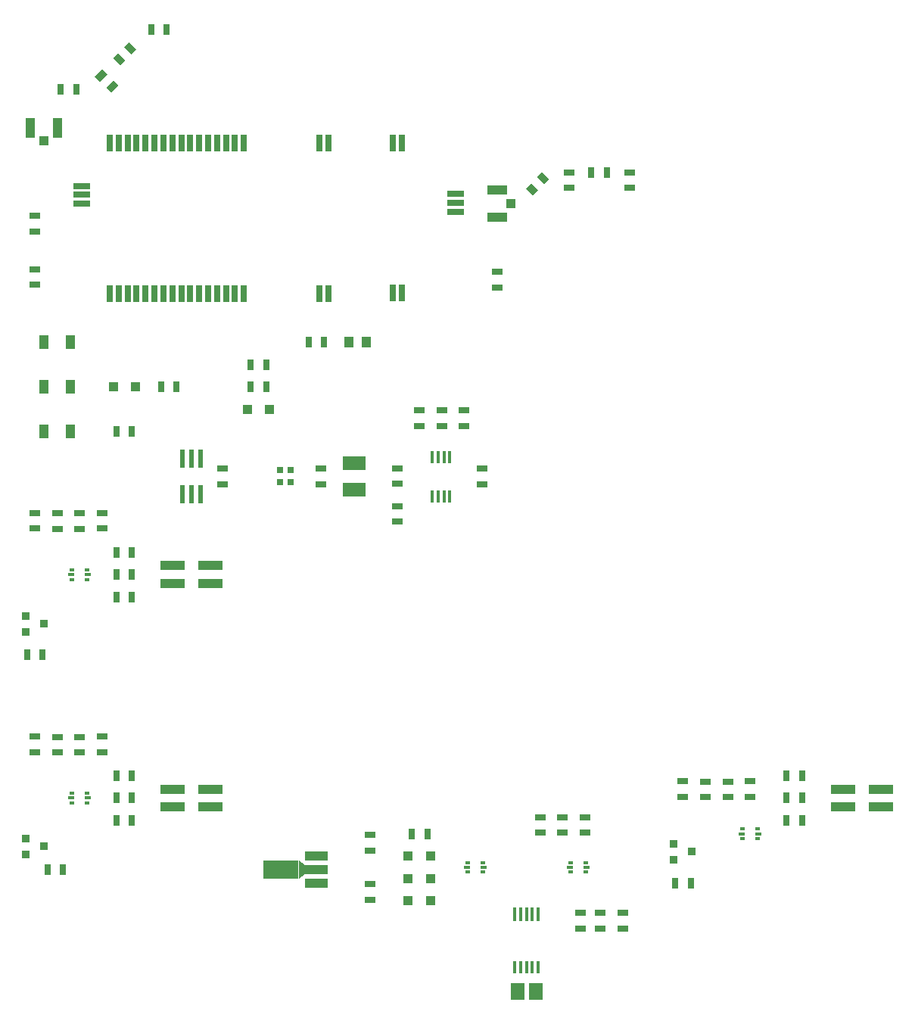
<source format=gbr>
G04 #@! TF.FileFunction,Paste,Top*
%FSLAX46Y46*%
G04 Gerber Fmt 4.6, Leading zero omitted, Abs format (unit mm)*
G04 Created by KiCad (PCBNEW 4.0.7-e2-6376~61~ubuntu18.04.1) date Thu Aug  9 16:35:42 2018*
%MOMM*%
%LPD*%
G01*
G04 APERTURE LIST*
%ADD10C,0.100000*%
%ADD11R,2.500000X1.000000*%
%ADD12R,4.000000X2.000000*%
%ADD13R,2.200000X1.000000*%
%ADD14R,1.000000X1.000000*%
%ADD15R,0.450000X1.500000*%
%ADD16R,1.143000X0.800000*%
%ADD17R,0.800000X1.143000*%
%ADD18R,0.500000X0.375000*%
%ADD19R,0.650000X0.300000*%
%ADD20R,2.750000X1.000000*%
%ADD21R,1.000000X2.200000*%
%ADD22R,0.914400X0.914400*%
%ADD23R,0.500000X2.000000*%
%ADD24R,0.450000X1.450000*%
%ADD25R,2.600000X1.500000*%
%ADD26R,1.500000X1.900000*%
%ADD27R,0.400000X1.350000*%
%ADD28R,0.700000X0.750000*%
%ADD29R,1.000000X1.500000*%
%ADD30R,1.850000X0.700000*%
%ADD31R,0.700000X1.850000*%
%ADD32R,1.000000X1.198880*%
G04 APERTURE END LIST*
D10*
D11*
X131480000Y-125500000D03*
X131480000Y-124000000D03*
X131480000Y-122500000D03*
D12*
X127520000Y-124000000D03*
D10*
G36*
X129495000Y-123000000D02*
X130245000Y-123500000D01*
X130245000Y-124500000D01*
X129495000Y-125000000D01*
X129495000Y-123000000D01*
X129495000Y-123000000D01*
G37*
D13*
X151750000Y-48000000D03*
X151750000Y-51000000D03*
D14*
X153250000Y-49500000D03*
D15*
X155000000Y-129000000D03*
X155650000Y-129000000D03*
X154350000Y-129000000D03*
X156300000Y-129000000D03*
X153700000Y-129000000D03*
D16*
X121000000Y-79150000D03*
X121000000Y-80900000D03*
D17*
X113000000Y-30000000D03*
X114750000Y-30000000D03*
D10*
G36*
X106712005Y-35270228D02*
X107520228Y-34462005D01*
X108085913Y-35027690D01*
X107277690Y-35835913D01*
X106712005Y-35270228D01*
X106712005Y-35270228D01*
G37*
G36*
X107949442Y-36507665D02*
X108757665Y-35699442D01*
X109323350Y-36265127D01*
X108515127Y-37073350D01*
X107949442Y-36507665D01*
X107949442Y-36507665D01*
G37*
D16*
X100000000Y-58600000D03*
X100000000Y-56850000D03*
X137500000Y-125650000D03*
X137500000Y-127400000D03*
X137500000Y-121850000D03*
X137500000Y-120100000D03*
X150000000Y-79150000D03*
X150000000Y-80900000D03*
X159750000Y-46000000D03*
X159750000Y-47750000D03*
X166500000Y-46000000D03*
X166500000Y-47750000D03*
D18*
X180850000Y-120537500D03*
X180850000Y-119462500D03*
D19*
X179075000Y-120000000D03*
X180925000Y-120000000D03*
D18*
X179150000Y-119462500D03*
X179150000Y-120537500D03*
X105850000Y-91537500D03*
X105850000Y-90462500D03*
D19*
X104075000Y-91000000D03*
X105925000Y-91000000D03*
D18*
X104150000Y-90462500D03*
X104150000Y-91537500D03*
X150100000Y-124287500D03*
X150100000Y-123212500D03*
D19*
X148325000Y-123750000D03*
X150175000Y-123750000D03*
D18*
X148400000Y-123212500D03*
X148400000Y-124287500D03*
X161600000Y-124287500D03*
X161600000Y-123212500D03*
D19*
X159825000Y-123750000D03*
X161675000Y-123750000D03*
D18*
X159900000Y-123212500D03*
X159900000Y-124287500D03*
X105850000Y-116537500D03*
X105850000Y-115462500D03*
D19*
X104075000Y-116000000D03*
X105925000Y-116000000D03*
D18*
X104150000Y-115462500D03*
X104150000Y-116537500D03*
D20*
X190375000Y-115000000D03*
X194625000Y-115000000D03*
X190375000Y-117000000D03*
X194625000Y-117000000D03*
X115375000Y-90000000D03*
X119625000Y-90000000D03*
X115375000Y-92000000D03*
X119625000Y-92000000D03*
D21*
X102500000Y-41000000D03*
X99500000Y-41000000D03*
D14*
X101000000Y-42500000D03*
D20*
X115375000Y-115000000D03*
X119625000Y-115000000D03*
X115375000Y-117000000D03*
X119625000Y-117000000D03*
D17*
X185850000Y-116000000D03*
X184100000Y-116000000D03*
X185850000Y-113500000D03*
X184100000Y-113500000D03*
X185850000Y-118500000D03*
X184100000Y-118500000D03*
X110850000Y-91000000D03*
X109100000Y-91000000D03*
X110850000Y-88500000D03*
X109100000Y-88500000D03*
X110850000Y-93500000D03*
X109100000Y-93500000D03*
D10*
G36*
X109520228Y-34037995D02*
X108712005Y-33229772D01*
X109277690Y-32664087D01*
X110085913Y-33472310D01*
X109520228Y-34037995D01*
X109520228Y-34037995D01*
G37*
G36*
X110757665Y-32800558D02*
X109949442Y-31992335D01*
X110515127Y-31426650D01*
X111323350Y-32234873D01*
X110757665Y-32800558D01*
X110757665Y-32800558D01*
G37*
D17*
X162250000Y-46000000D03*
X164000000Y-46000000D03*
X110850000Y-116000000D03*
X109100000Y-116000000D03*
X110850000Y-113500000D03*
X109100000Y-113500000D03*
X110850000Y-118500000D03*
X109100000Y-118500000D03*
D22*
X171484000Y-122889000D03*
X171484000Y-121111000D03*
X173516000Y-122000000D03*
X98984000Y-97389000D03*
X98984000Y-95611000D03*
X101016000Y-96500000D03*
X98984000Y-122278000D03*
X98984000Y-120500000D03*
X101016000Y-121389000D03*
D16*
X180000000Y-115850000D03*
X180000000Y-114100000D03*
X107500000Y-85850000D03*
X107500000Y-84100000D03*
X172500000Y-115850000D03*
X172500000Y-114100000D03*
X100000000Y-85850000D03*
X100000000Y-84100000D03*
X177500000Y-114150000D03*
X177500000Y-115900000D03*
X175000000Y-114150000D03*
X175000000Y-115900000D03*
X105000000Y-84150000D03*
X105000000Y-85900000D03*
X102500000Y-84150000D03*
X102500000Y-85900000D03*
D17*
X173350000Y-125500000D03*
X171600000Y-125500000D03*
X100850000Y-100000000D03*
X99100000Y-100000000D03*
X115850000Y-70000000D03*
X114100000Y-70000000D03*
X102900000Y-36750000D03*
X104650000Y-36750000D03*
X142150000Y-120000000D03*
X143900000Y-120000000D03*
D16*
X140500000Y-80850000D03*
X140500000Y-79100000D03*
X100000000Y-52600000D03*
X100000000Y-50850000D03*
D10*
G36*
X156729772Y-45962005D02*
X157537995Y-46770228D01*
X156972310Y-47335913D01*
X156164087Y-46527690D01*
X156729772Y-45962005D01*
X156729772Y-45962005D01*
G37*
G36*
X155492335Y-47199442D02*
X156300558Y-48007665D01*
X155734873Y-48573350D01*
X154926650Y-47765127D01*
X155492335Y-47199442D01*
X155492335Y-47199442D01*
G37*
D16*
X151750000Y-57150000D03*
X151750000Y-58900000D03*
D17*
X132350000Y-65000000D03*
X130600000Y-65000000D03*
X125850000Y-70000000D03*
X124100000Y-70000000D03*
X124150000Y-67500000D03*
X125900000Y-67500000D03*
D16*
X148000000Y-74350000D03*
X148000000Y-72600000D03*
X145500000Y-74350000D03*
X145500000Y-72600000D03*
X143000000Y-74350000D03*
X143000000Y-72600000D03*
D17*
X101400000Y-124000000D03*
X103150000Y-124000000D03*
D16*
X105000000Y-109150000D03*
X105000000Y-110900000D03*
X102500000Y-109150000D03*
X102500000Y-110900000D03*
X100000000Y-110850000D03*
X100000000Y-109100000D03*
X107500000Y-110850000D03*
X107500000Y-109100000D03*
D23*
X117500000Y-82000000D03*
X118500000Y-82000000D03*
X118500000Y-78000000D03*
X117500000Y-78000000D03*
X116500000Y-78000000D03*
X116500000Y-82000000D03*
D24*
X144453362Y-82258194D03*
X145103362Y-82258194D03*
X145753362Y-82258194D03*
X146403362Y-82258194D03*
X146403362Y-77858194D03*
X145753362Y-77858194D03*
X145103362Y-77858194D03*
X144453362Y-77858194D03*
D25*
X135750000Y-78500000D03*
X135750000Y-81500000D03*
D16*
X132000000Y-79150000D03*
X132000000Y-80900000D03*
X161500000Y-118150000D03*
X161500000Y-119900000D03*
X159000000Y-118150000D03*
X159000000Y-119900000D03*
X156500000Y-118150000D03*
X156500000Y-119900000D03*
D17*
X110850000Y-75000000D03*
X109100000Y-75000000D03*
D16*
X165750000Y-130600000D03*
X165750000Y-128850000D03*
X163250000Y-130600000D03*
X163250000Y-128850000D03*
X161000000Y-130600000D03*
X161000000Y-128850000D03*
X140500000Y-85100000D03*
X140500000Y-83350000D03*
D26*
X156000000Y-137600000D03*
D27*
X154350000Y-134900000D03*
X153700000Y-134900000D03*
X156300000Y-134900000D03*
X155650000Y-134900000D03*
X155000000Y-134900000D03*
D26*
X154000000Y-137600000D03*
D28*
X128600000Y-79325000D03*
X127400000Y-79325000D03*
X127400000Y-80675000D03*
X128600000Y-80675000D03*
D29*
X104000000Y-65000000D03*
X101000000Y-65000000D03*
X104000000Y-70000000D03*
X101000000Y-70000000D03*
X104000000Y-75000000D03*
X101000000Y-75000000D03*
D14*
X111250000Y-70000000D03*
X108750000Y-70000000D03*
X141750000Y-122500000D03*
X144250000Y-122500000D03*
X141750000Y-127500000D03*
X144250000Y-127500000D03*
X141750000Y-125000000D03*
X144250000Y-125000000D03*
X126250000Y-72500000D03*
X123750000Y-72500000D03*
D30*
X147075000Y-50437000D03*
X105255000Y-47520000D03*
D31*
X131820000Y-42725000D03*
X141060000Y-59525000D03*
D30*
X147075000Y-48437000D03*
D31*
X141060000Y-42725000D03*
X132820000Y-42725000D03*
X108370000Y-59575000D03*
X123370000Y-42725000D03*
X122370000Y-42725000D03*
X121370000Y-42725000D03*
X120370000Y-42725000D03*
X119370000Y-42725000D03*
X118370000Y-42725000D03*
X117370000Y-42725000D03*
X116370000Y-42725000D03*
X115370000Y-42725000D03*
X114370000Y-42725000D03*
X113370000Y-42725000D03*
X112370000Y-42725000D03*
X111370000Y-42725000D03*
X110370000Y-42725000D03*
X109370000Y-42725000D03*
X108370000Y-42725000D03*
X109370000Y-59575000D03*
X110370000Y-59575000D03*
X111370000Y-59575000D03*
X112370000Y-59575000D03*
X113370000Y-59575000D03*
X114370000Y-59575000D03*
X115370000Y-59575000D03*
X116370000Y-59575000D03*
X117370000Y-59575000D03*
X118370000Y-59575000D03*
X119370000Y-59575000D03*
X120370000Y-59575000D03*
X121370000Y-59575000D03*
X122370000Y-59575000D03*
X123370000Y-59575000D03*
X131820000Y-59575000D03*
X140060000Y-42725000D03*
D30*
X105255000Y-48520000D03*
X105255000Y-49520000D03*
D31*
X140060000Y-59525000D03*
X132820000Y-59575000D03*
D30*
X147075000Y-49437000D03*
D32*
X135150000Y-65000000D03*
X137050000Y-65000000D03*
M02*

</source>
